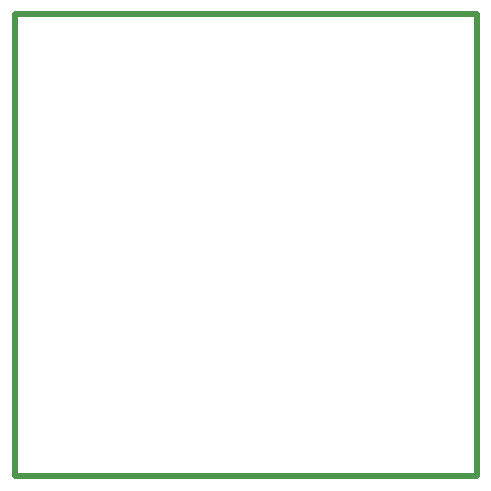
<source format=gko>
G04 start of page 6 for group 4 idx 4 *
G04 Title: (unknown), outline *
G04 Creator: pcb 20140316 *
G04 CreationDate: Sun 17 Jul 2016 04:20:40 PM GMT UTC *
G04 For: dev *
G04 Format: Gerber/RS-274X *
G04 PCB-Dimensions (mil): 1560.00 1560.00 *
G04 PCB-Coordinate-Origin: lower left *
%MOIN*%
%FSLAX25Y25*%
%LNOUTLINE*%
%ADD89C,0.0200*%
G54D89*X1000Y1000D02*Y155000D01*
X155000D02*Y1000D01*
X1000Y155000D02*X155000D01*
Y1000D02*X1000D01*
M02*

</source>
